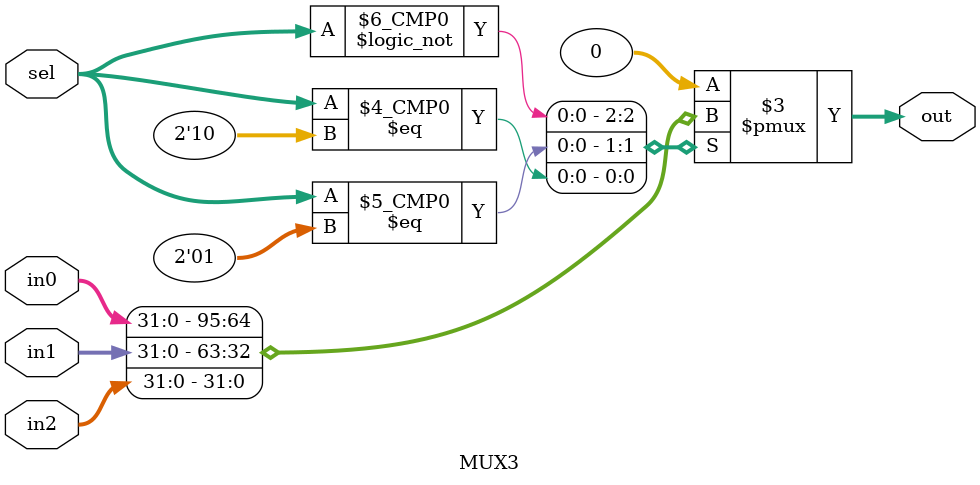
<source format=v>
module Forwarding_Unit (
    input wire [4:0] ID_EX_Rs1,      // Source register 1 in ID/EX stage
    input wire [4:0] ID_EX_Rs2,      // Source register 2 in ID/EX stage
    input wire [4:0] EX_MEM_Rd,      // Destination register in EX/MEM stage
    input wire [4:0] MEM_WB_Rd,      // Destination register in MEM/WB stage
    input wire EX_MEM_RegWrite,      // Register write signal from EX/MEM
    input wire MEM_WB_RegWrite,      // Register write signal from MEM/WB

    output reg [1:0] ForwardA,       // Forwarding control for ALU input A
    output reg [1:0] ForwardB        // Forwarding control for ALU input B
);

always @(*) begin
    // Default values (no forwarding)
    ForwardA = 2'b00;
    ForwardB = 2'b00;

    // Check forwarding for Rs1 (ForwardA)
    if (EX_MEM_RegWrite && (EX_MEM_Rd != 0) && (EX_MEM_Rd == ID_EX_Rs1)) 
        ForwardA = 2'b10; // Forward from EX/MEM stage

    else if (MEM_WB_RegWrite && (MEM_WB_Rd != 0) && 
            !(EX_MEM_RegWrite && (EX_MEM_Rd != 0) && (EX_MEM_Rd == ID_EX_Rs1)) && 
            (MEM_WB_Rd == ID_EX_Rs1)) 
        ForwardA = 2'b01; // Forward from MEM/WB stage

    // Check forwarding for Rs2 (ForwardB)
    if (EX_MEM_RegWrite && (EX_MEM_Rd != 0) && (EX_MEM_Rd == ID_EX_Rs2)) 
        ForwardB = 2'b10; // Forward from EX/MEM stage

    else if (MEM_WB_RegWrite && (MEM_WB_Rd != 0) && 
            !(EX_MEM_RegWrite && (EX_MEM_Rd != 0) && (EX_MEM_Rd == ID_EX_Rs2)) && 
            (MEM_WB_Rd == ID_EX_Rs2)) 
        ForwardB = 2'b01; // Forward from MEM/WB stage
end

endmodule

module MUX3 (
    input wire [31:0] in0,  // Input 0
    input wire [31:0] in1,  // Input 1
    input wire [31:0] in2,  // Input 2
    input wire [1:0] sel,   // 2-bit select signal
    output reg [31:0] out   // Output
);

always @(*) begin
    case (sel)
        2'b00: out = in0;   // Select input 0
        2'b01: out = in1;   // Select input 1
        2'b10: out = in2;   // Select input 2
        default: out = 32'b0; // Default case (could be in0 or another value)
    endcase
end

endmodule

</source>
